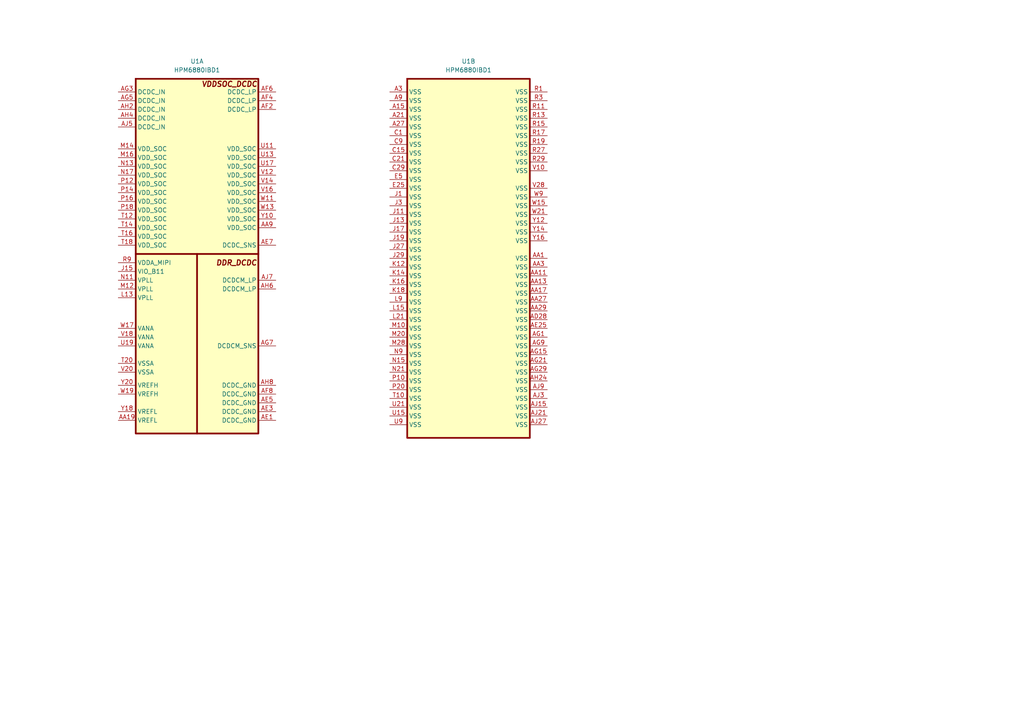
<source format=kicad_sch>
(kicad_sch (version 20231120) (generator "eeschema") (generator_version "8.0")
  (paper "A4")
  (symbol (lib_id "HPM6800:HPM6880IBD1") (at 74.93 22.86 0) (unit 1)
    (property "Reference" "U1" (at 57.15 17.78 0))
    (property "Value" "HPM6880IBD1" (at 57.15 20.32 0))
    (property "Footprint" "HPM_footprints:BGA_417" (effects (hide yes)))
  )
  (symbol (lib_id "HPM6800:HPM6880IBD1") (at 153.67 22.86 0) (unit 2)
    (property "Reference" "U1" (at 135.89 17.78 0))
    (property "Value" "HPM6880IBD1" (at 135.89 20.32 0))
    (property "Footprint" "HPM_footprints:BGA_417" (effects (hide yes)))
  )
)
</source>
